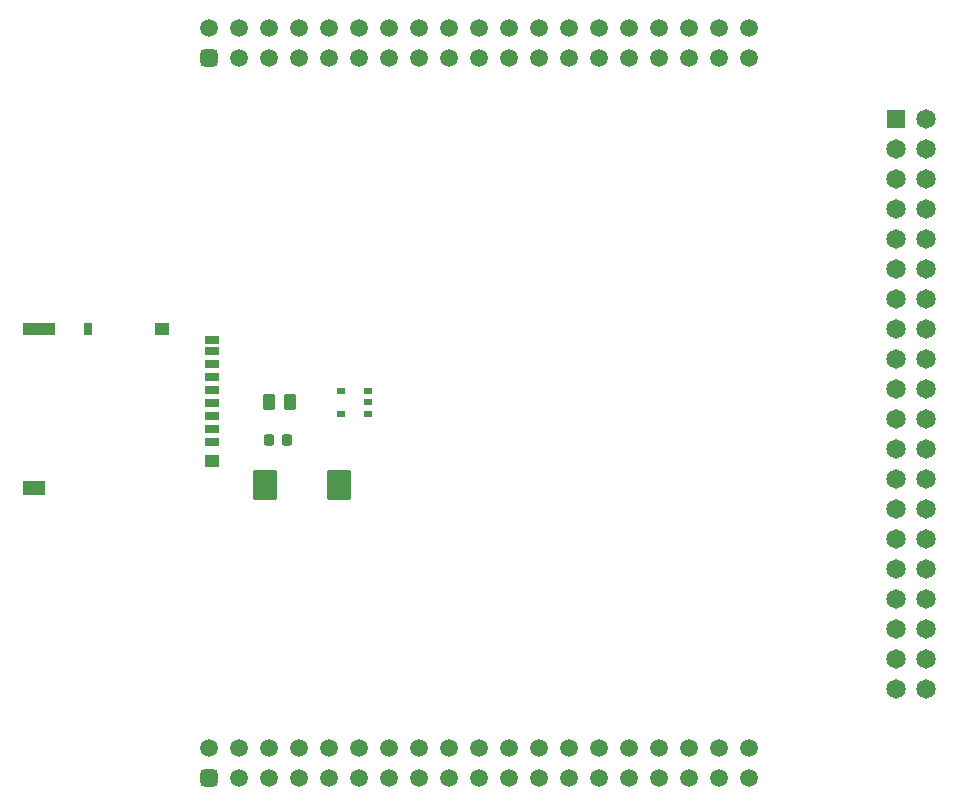
<source format=gbr>
%TF.GenerationSoftware,KiCad,Pcbnew,7.0.5-7.0.5~ubuntu22.04.1*%
%TF.CreationDate,2023-06-12T13:20:56+02:00*%
%TF.ProjectId,OBC_L476RG,4f42435f-4c34-4373-9652-472e6b696361,rev?*%
%TF.SameCoordinates,Original*%
%TF.FileFunction,Soldermask,Top*%
%TF.FilePolarity,Negative*%
%FSLAX46Y46*%
G04 Gerber Fmt 4.6, Leading zero omitted, Abs format (unit mm)*
G04 Created by KiCad (PCBNEW 7.0.5-7.0.5~ubuntu22.04.1) date 2023-06-12 13:20:56*
%MOMM*%
%LPD*%
G01*
G04 APERTURE LIST*
G04 Aperture macros list*
%AMRoundRect*
0 Rectangle with rounded corners*
0 $1 Rounding radius*
0 $2 $3 $4 $5 $6 $7 $8 $9 X,Y pos of 4 corners*
0 Add a 4 corners polygon primitive as box body*
4,1,4,$2,$3,$4,$5,$6,$7,$8,$9,$2,$3,0*
0 Add four circle primitives for the rounded corners*
1,1,$1+$1,$2,$3*
1,1,$1+$1,$4,$5*
1,1,$1+$1,$6,$7*
1,1,$1+$1,$8,$9*
0 Add four rect primitives between the rounded corners*
20,1,$1+$1,$2,$3,$4,$5,0*
20,1,$1+$1,$4,$5,$6,$7,0*
20,1,$1+$1,$6,$7,$8,$9,0*
20,1,$1+$1,$8,$9,$2,$3,0*%
G04 Aperture macros list end*
%ADD10RoundRect,0.250000X-0.787500X-1.025000X0.787500X-1.025000X0.787500X1.025000X-0.787500X1.025000X0*%
%ADD11R,1.650000X1.650000*%
%ADD12C,1.650000*%
%ADD13R,0.700000X0.510000*%
%ADD14RoundRect,0.225000X-0.225000X-0.250000X0.225000X-0.250000X0.225000X0.250000X-0.225000X0.250000X0*%
%ADD15RoundRect,0.250000X-0.262500X-0.450000X0.262500X-0.450000X0.262500X0.450000X-0.262500X0.450000X0*%
%ADD16R,1.200000X0.700000*%
%ADD17R,0.800000X1.000000*%
%ADD18R,1.200000X1.000000*%
%ADD19R,2.800000X1.000000*%
%ADD20R,1.900000X1.300000*%
%ADD21RoundRect,0.375000X-0.375000X-0.375000X0.375000X-0.375000X0.375000X0.375000X-0.375000X0.375000X0*%
%ADD22C,1.500000*%
G04 APERTURE END LIST*
D10*
%TO.C,C2*%
X163595500Y-95586000D03*
X169820500Y-95586000D03*
%TD*%
D11*
%TO.C,J1*%
X217030718Y-64566651D03*
D12*
X219570718Y-64566651D03*
X217030718Y-67106651D03*
X219570718Y-67106651D03*
X217030718Y-69646651D03*
X219570718Y-69646651D03*
X217030718Y-72186651D03*
X219570718Y-72186651D03*
X217030718Y-74726651D03*
X219570718Y-74726651D03*
X217030718Y-77266651D03*
X219570718Y-77266651D03*
X217030718Y-79806651D03*
X219570718Y-79806651D03*
X217030718Y-82346651D03*
X219570718Y-82346651D03*
X217030718Y-84886651D03*
X219570718Y-84886651D03*
X217030718Y-87426651D03*
X219570718Y-87426651D03*
X217030718Y-89966651D03*
X219570718Y-89966651D03*
X217030718Y-92506651D03*
X219570718Y-92506651D03*
X217030718Y-95046651D03*
X219570718Y-95046651D03*
X217030718Y-97586651D03*
X219570718Y-97586651D03*
X217030718Y-100126651D03*
X219570718Y-100126651D03*
X217030718Y-102666651D03*
X219570718Y-102666651D03*
X217030718Y-105206651D03*
X219570718Y-105206651D03*
X217030718Y-107746651D03*
X219570718Y-107746651D03*
X217030718Y-110286651D03*
X219570718Y-110286651D03*
X217030718Y-112826651D03*
X219570718Y-112826651D03*
%TD*%
D13*
%TO.C,B1*%
X172313000Y-89551000D03*
X172313000Y-88601000D03*
X172313000Y-87651000D03*
X169993000Y-87651000D03*
X169993000Y-89551000D03*
%TD*%
D14*
%TO.C,C1*%
X163888000Y-91776000D03*
X165438000Y-91776000D03*
%TD*%
D15*
%TO.C,R1*%
X163890500Y-88601000D03*
X165715500Y-88601000D03*
%TD*%
D16*
%TO.C,J2*%
X159118000Y-91981000D03*
X159118000Y-90881000D03*
X159118000Y-89781000D03*
X159118000Y-88681000D03*
X159118000Y-87581000D03*
X159118000Y-86481000D03*
X159118000Y-85381000D03*
X159118000Y-84281000D03*
X159118000Y-83331000D03*
D17*
X148618000Y-82381000D03*
D18*
X154818000Y-82381000D03*
D19*
X144468000Y-82381000D03*
D18*
X159118000Y-93531000D03*
D20*
X144018000Y-95881000D03*
%TD*%
D21*
%TO.C,U1*%
X158834000Y-120393268D03*
D22*
X158834000Y-117853268D03*
X161374000Y-120393268D03*
X161374000Y-117853268D03*
X163914000Y-120393268D03*
X163914000Y-117853268D03*
X166454000Y-120393268D03*
X166454000Y-117853268D03*
X168994000Y-120393268D03*
X168994000Y-117853268D03*
X171534000Y-120393268D03*
X171534000Y-117853268D03*
X174074000Y-120393268D03*
X174074000Y-117853268D03*
X176614000Y-120393268D03*
X176614000Y-117853268D03*
X179154000Y-120393268D03*
X179154000Y-117853268D03*
X181694000Y-120393268D03*
X181694000Y-117853268D03*
X184234000Y-120393268D03*
X184234000Y-117853268D03*
X186774000Y-120393268D03*
X186774000Y-117853268D03*
X189314000Y-120393268D03*
X189314000Y-117853268D03*
X191854000Y-120393268D03*
X191854000Y-117853268D03*
X194394000Y-120393268D03*
X194394000Y-117853268D03*
X196934000Y-120393268D03*
X196934000Y-117853268D03*
X199474000Y-120393268D03*
X199474000Y-117853268D03*
X202014000Y-120393268D03*
X202014000Y-117853268D03*
X204554000Y-120393268D03*
X204554000Y-117853268D03*
D21*
X158834000Y-59433268D03*
D22*
X158834000Y-56893268D03*
X161374000Y-59433268D03*
X161374000Y-56893268D03*
X163914000Y-59433268D03*
X163914000Y-56893268D03*
X166454000Y-59433268D03*
X166454000Y-56893268D03*
X168994000Y-59433268D03*
X168994000Y-56893268D03*
X171534000Y-59433268D03*
X171534000Y-56893268D03*
X174074000Y-59433268D03*
X174074000Y-56893268D03*
X176614000Y-59433268D03*
X176614000Y-56893268D03*
X179154000Y-59433268D03*
X179154000Y-56893268D03*
X181694000Y-59433268D03*
X181694000Y-56893268D03*
X184234000Y-59433268D03*
X184234000Y-56893268D03*
X186774000Y-59433268D03*
X186774000Y-56893268D03*
X189314000Y-59433268D03*
X189314000Y-56893268D03*
X191854000Y-59433268D03*
X191854000Y-56893268D03*
X194394000Y-59433268D03*
X194394000Y-56893268D03*
X196934000Y-59433268D03*
X196934000Y-56893268D03*
X199474000Y-59433268D03*
X199474000Y-56893268D03*
X202014000Y-59433268D03*
X202014000Y-56893268D03*
X204554000Y-59433268D03*
X204554000Y-56893268D03*
%TD*%
M02*

</source>
